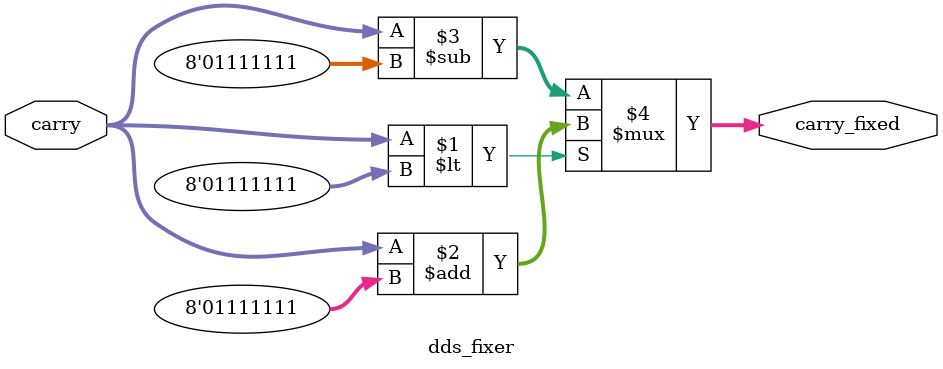
<source format=v>
`timescale 1ns / 1ps


module dds_fixer(
    input [7:0] carry,
    output [7:0] carry_fixed
    );

    assign carry_fixed = carry < 8'd127 ? (carry+8'd127) :  (carry-8'd127);

endmodule

</source>
